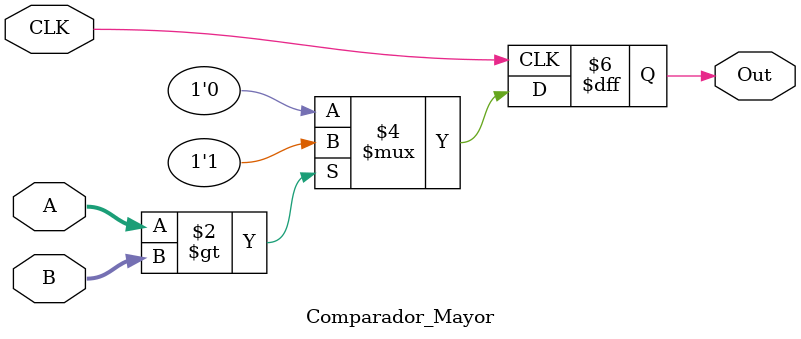
<source format=v>
`timescale 1ns / 1ps

module Comparador_Mayor(
    
    //INPUTS
    input wire CLK,
    input wire [7:0] A,
    input wire [7:0] B,
    //OUTPUTS
    output reg Out
    );
       
    always @(posedge CLK)
      if (A > B)
          Out <= 1'b1;
      else
          Out <= 1'b0;
    
endmodule

</source>
